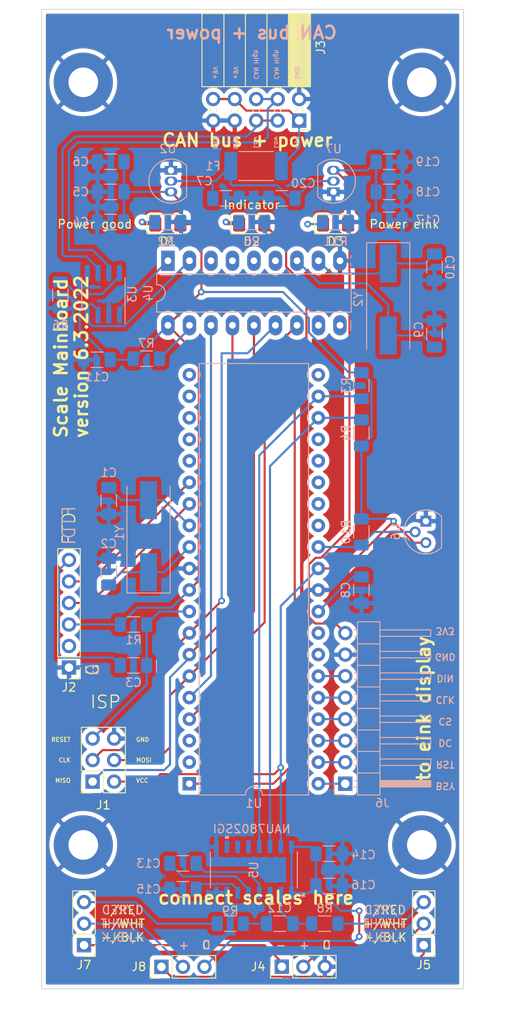
<source format=kicad_pcb>
(kicad_pcb (version 20211014) (generator pcbnew)
  (title_block (comment 4 "AISLER Project ID: KKGDMRPL"))
  (layers (0 "F.Cu" signal) (31 "B.Cu" signal) (34 "B.Paste" user) (35 "F.Paste" user) (36 "B.SilkS" user "B.Silkscreen") (37 "F.SilkS" user "F.Silkscreen") (38 "B.Mask" user) (39 "F.Mask" user) (44 "Edge.Cuts" user))
  (net 0 "")
  (net 1 "GND")
  (net 2 "Net-(C1-Pad2)")
  (net 3 "Net-(C2-Pad2)")
  (net 4 "Net-(C3-Pad1)")
  (net 5 "VCC")
  (net 8 "Net-(C8-Pad1)")
  (net 22 "Net-(D1-Pad1)")
  (net 23 "+9V")
  (net 24 "Net-(D2-Pad1)")
  (net 27 "Net-(C12-Pad1)")
  (net 28 "Net-(C12-Pad2)")
  (net 29 "Net-(C13-Pad1)")
  (net 30 "Net-(C13-Pad2)")
  (net 31 "Net-(J5-Pad1)")
  (net 32 "Net-(U3-Pad1)")
  (net 34 "Net-(C9-Pad2)")
  (net 35 "Net-(C10-Pad2)")
  (net 36 "Net-(C15-Pad1)")
  (net 38 "Net-(C7-Pad1)")
  (net 39 "Net-(D2-Pad2)")
  (net 40 "Net-(J4-Pad1)")
  (net 41 "Net-(J4-Pad2)")
  (net 42 "Net-(J5-Pad3)")
  (net 43 "/controller/eink_BUSY")
  (net 44 "/controller/eink_RST")
  (net 45 "/controller/eink_DC")
  (net 46 "/controller/eink_CS")
  (net 47 "/controller/eink_CLK")
  (net 48 "/controller/eink_DIN")
  (net 49 "Net-(J7-Pad2)")
  (net 50 "Net-(J7-Pad3)")
  (net 51 "/controller/I2C_CLK")
  (net 52 "/controller/I2C_DATA")
  (net 53 "Net-(R6-Pad1)")
  (net 54 "Net-(R7-Pad1)")
  (net 55 "/controller/OneWire")
  (net 56 "Net-(U3-Pad4)")
  (net 64 "/controller/RESET")
  (net 65 "/scale/NAU_VDDA")
  (net 66 "Net-(J2-Pad4)")
  (net 67 "/CAN/MISO")
  (net 68 "/CAN/SPI_CLK")
  (net 69 "/CAN/MOSI")
  (net 70 "/CAN_L")
  (net 71 "/CAN_H")
  (net 72 "/CAN/CAN_INT")
  (net 73 "/CAN/CAN_CS")
  (net 74 "Net-(J2-Pad5)")
  (net 75 "/power/3V3_EINK")
  (net 76 "Net-(D3-Pad1)")
  (footprint "LED_SMD:LED_1206_3216Metric_Pad1.42x1.75mm_HandSolder" (layer "F.Cu") (at 102.362 69.85)
    (fp_text reference "D3")
    (fp_text value "LED")
  )
  (footprint "Connector_PinHeader_2.54mm:PinHeader_1x03_P2.54mm_Vertical" (layer "F.Cu") (at 112.776 154.94 180)
    (fp_text reference "J5")
    (fp_text value "Conn_01x03_Male")
  )
  (footprint "Connector_PinHeader_2.54mm:PinHeader_1x03_P2.54mm_Vertical" (layer "F.Cu") (at 81.788 157.495 90)
    (fp_text reference "J8")
    (fp_text value "Conn_01x03_Male")
  )
  (footprint "MountingHole:MountingHole_3.5mm_Pad" (layer "F.Cu") (at 112.555 53.11)
    (fp_text reference "REF**" hide)
    (fp_text value "MountingHole_3.5mm_Pad")
  )
  (footprint "Connector_PinSocket_2.54mm:PinSocket_2x03_P2.54mm_Vertical" (layer "F.Cu") (at 73.66 135.636 180)
    (fp_text reference "J1")
    (fp_text value "AVR-ISP-6")
  )
  (footprint "Connector_PinSocket_2.54mm:PinSocket_2x05_P2.54mm_Horizontal" (layer "F.Cu") (at 98.064 57.625 -90)
    (fp_text reference "J3")
    (fp_text value "Conn_02x05_Odd_Even")
  )
  (footprint "Connector_PinHeader_2.54mm:PinHeader_1x03_P2.54mm_Vertical" (layer "F.Cu") (at 72.644 154.94 180)
    (fp_text reference "J7")
    (fp_text value "Conn_01x03_Male")
  )
  (footprint "Connector_PinHeader_2.54mm:PinHeader_1x03_P2.54mm_Vertical" (layer "F.Cu") (at 96.012 157.48 90)
    (fp_text reference "J4")
    (fp_text value "Conn_01x03_Male")
  )
  (footprint "MountingHole:MountingHole_3.5mm_Pad" (layer "F.Cu") (at 72.555 143.11)
    (fp_text reference "REF**" hide)
    (fp_text value "MountingHole_3.5mm_Pad")
  )
  (footprint "MountingHole:MountingHole_3.5mm_Pad" (layer "F.Cu") (at 112.555 143.11)
    (fp_text reference "REF**" hide)
    (fp_text value "MountingHole_3.5mm_Pad")
  )
  (footprint "Connector_PinHeader_2.54mm:PinHeader_1x06_P2.54mm_Vertical" (layer "F.Cu") (at 70.866 122.174 180)
    (fp_text reference "J2")
    (fp_text value "Conn_01x06")
  )
  (footprint "LED_SMD:LED_1206_3216Metric_Pad1.42x1.75mm_HandSolder" (layer "F.Cu") (at 92.456 69.85)
    (fp_text reference "D2")
    (fp_text value "LED")
  )
  (footprint "MountingHole:MountingHole_3.5mm_Pad" (layer "F.Cu") (at 72.555 53.11)
    (fp_text reference "REF**" hide)
    (fp_text value "MountingHole_3.5mm_Pad")
  )
  (footprint "LED_SMD:LED_1206_3216Metric_Pad1.42x1.75mm_HandSolder" (layer "F.Cu") (at 82.55 69.85)
    (fp_text reference "D1")
    (fp_text value "LED")
  )
  (footprint "Resistor_SMD:R_1206_3216Metric_Pad1.30x1.75mm_HandSolder" (layer "B.Cu") (at 102.362 69.596)
    (fp_text reference "R11")
    (fp_text value "120")
  )
  (footprint "Resistor_SMD:R_1206_3216Metric_Pad1.30x1.75mm_HandSolder" (layer "B.Cu") (at 101.092 152.4 180)
    (fp_text reference "R8")
    (fp_text value "47")
  )
  (footprint "Capacitor_SMD:C_1206_3216Metric_Pad1.33x1.80mm_HandSolder" (layer "B.Cu") (at 105.41 113.03 -90)
    (fp_text reference "C8")
    (fp_text value "100n")
  )
  (footprint "Capacitor_SMD:C_1206_3216Metric_Pad1.33x1.80mm_HandSolder" (layer "B.Cu") (at 108.712 66.04)
    (fp_text reference "C18")
    (fp_text value "10µ")
  )
  (footprint "Capacitor_SMD:C_1206_3216Metric_Pad1.33x1.80mm_HandSolder" (layer "B.Cu") (at 108.712 62.484)
    (fp_text reference "C19")
    (fp_text value "1µ")
  )
  (footprint "Resistor_SMD:R_1206_3216Metric_Pad1.30x1.75mm_HandSolder" (layer "B.Cu") (at 105.41 94.488 -90)
    (fp_text reference "R4")
    (fp_text value "2.2k")
  )
  (footprint "Connector_PinHeader_2.54mm:PinHeader_1x08_P2.54mm_Horizontal" (layer "B.Cu") (at 103.505 135.89)
    (fp_text reference "J6")
    (fp_text value "Conn_01x08")
  )
  (footprint "Resistor_SMD:R_1206_3216Metric_Pad1.30x1.75mm_HandSolder" (layer "B.Cu") (at 78.486 117.094)
    (fp_text reference "R1")
    (fp_text value "10k")
  )
  (footprint "Resistor_SMD:R_1206_3216Metric_Pad1.30x1.75mm_HandSolder" (layer "B.Cu") (at 80.01 85.725 180)
    (fp_text reference "R7")
    (fp_text value "10k")
  )
  (footprint "Capacitor_SMD:C_1206_3216Metric_Pad1.33x1.80mm_HandSolder" (layer "B.Cu") (at 96.012 66.802 180)
    (fp_text reference "C20")
    (fp_text value "1µ")
  )
  (footprint "Capacitor_SMD:C_1206_3216Metric_Pad1.33x1.80mm_HandSolder" (layer "B.Cu") (at 74.168 85.852)
    (fp_text reference "C11")
    (fp_text value "100n")
  )
  (footprint "Capacitor_SMD:C_1206_3216Metric_Pad1.33x1.80mm_HandSolder" (layer "B.Cu") (at 84.328 145.288 180)
    (fp_text reference "C13")
    (fp_text value "330p")
  )
  (footprint "Crystal:Crystal_SMD_HC49-SD" (layer "B.Cu") (at 108.585 78.74 -90)
    (fp_text reference "Y2")
    (fp_text value "8MHz")
  )
  (footprint "footprints:NAU7802SGI" (layer "B.Cu") (at 92.71 146.05 90)
    (fp_text reference "U5")
    (fp_text value "NAU7802SGI")
  )
  (footprint "Capacitor_SMD:C_1206_3216Metric_Pad1.33x1.80mm_HandSolder" (layer "B.Cu") (at 75.7595 69.596 180)
    (fp_text reference "C4")
    (fp_text value "100n")
  )
  (footprint "Fuse:Fuse_2512_6332Metric_Pad1.52x3.35mm_HandSolder" (layer "B.Cu") (at 92.964 62.992 180)
    (fp_text reference "F1")
    (fp_text value "Fuse/Polyfuse 500mA")
  )
  (footprint "Capacitor_SMD:C_1206_3216Metric_Pad1.33x1.80mm_HandSolder" (layer "B.Cu") (at 75.565 102.489 90)
    (fp_text reference "C1")
    (fp_text value "22pF")
  )
  (footprint "Capacitor_SMD:C_1206_3216Metric_Pad1.33x1.80mm_HandSolder" (layer "B.Cu") (at 78.486 121.92)
    (fp_text reference "C3")
    (fp_text value "100n")
  )
  (footprint "Package_DIP:DIP-18_W7.62mm_LongPads" (layer "B.Cu") (at 82.56 74.168 -90)
    (fp_text reference "U4")
    (fp_text value "MCP2515")
  )
  (footprint "Package_TO_SOT_THT:TO-92_Inline" (layer "B.Cu") (at 102.108 66.04 90)
    (fp_text reference "U7")
    (fp_text value "MCP1700-3302E_TO92")
  )
  (footprint "Capacitor_SMD:C_1206_3216Metric_Pad1.33x1.80mm_HandSolder" (layer "B.Cu") (at 89.408 66.802)
    (fp_text reference "C7")
    (fp_text value "1µ")
  )
  (footprint "Resistor_SMD:R_1206_3216Metric_Pad1.30x1.75mm_HandSolder" (layer "B.Cu") (at 82.55 69.596)
    (fp_text reference "R2")
    (fp_text value "120")
  )
  (footprint "Capacitor_SMD:C_1206_3216Metric_Pad1.33x1.80mm_HandSolder" (layer "B.Cu") (at 75.798 62.484 180)
    (fp_text reference "C6")
    (fp_text value "1µ")
  )
  (footprint "Capacitor_SMD:C_1206_3216Metric_Pad1.33x1.80mm_HandSolder" (layer "B.Cu") (at 114.046 74.93 90)
    (fp_text reference "C10")
    (fp_text value "22pF")
  )
  (footprint "Capacitor_SMD:C_1206_3216Metric_Pad1.33x1.80mm_HandSolder" (layer "B.Cu") (at 108.712 69.342)
    (fp_text reference "C17")
    (fp_text value "100n")
  )
  (footprint "Capacitor_SMD:C_1206_3216Metric_Pad1.33x1.80mm_HandSolder" (layer "B.Cu") (at 114.046 82.804 -90)
    (fp_text reference "C9")
    (fp_text value "22pF")
  )
  (footprint "Package_SO:SOIC-8_3.9x4.9mm_P1.27mm" (layer "B.Cu") (at 74.93 78.105 90)
    (fp_text reference "U3")
    (fp_text value "SN65HVD230")
  )
  (footprint "Capacitor_SMD:C_1206_3216Metric_Pad1.33x1.80mm_HandSolder" (layer "B.Cu") (at 101.6 144.145)
    (fp_text reference "C14")
    (fp_text value "1µ")
  )
  (footprint "Capacitor_SMD:C_1206_3216Metric_Pad1.33x1.80mm_HandSolder" (layer "B.Cu") (at 101.6 147.955)
    (fp_text reference "C16")
    (fp_text value "100n")
  )
  (footprint "Package_DIP:DIP-40_W15.24mm" (layer "B.Cu") (at 85.085 135.885)
    (fp_text reference "U1")
    (fp_text value "ATmega1284P-P")
  )
  (footprint "Capacitor_SMD:C_1206_3216Metric_Pad1.33x1.80mm_HandSolder" (layer "B.Cu") (at 84.328 148.336 180)
    (fp_text reference "C15")
    (fp_text value "100n")
  )
  (footprint "Resistor_SMD:R_1206_3216Metric_Pad1.30x1.75mm_HandSolder" (layer "B.Cu") (at 69.85 78.232 -90)
    (fp_text reference "R6")
    (fp_text value "1k")
  )
  (footprint "Resistor_SMD:R_1206_3216Metric_Pad1.30x1.75mm_HandSolder" (layer "B.Cu") (at 89.916 152.4)
    (fp_text reference "R9")
    (fp_text value "47")
  )
  (footprint "Resistor_SMD:R_1206_3216Metric_Pad1.30x1.75mm_HandSolder" (layer "B.Cu") (at 92.456 69.596)
    (fp_text reference "R5")
    (fp_text value "120")
  )
  (footprint "Resistor_SMD:R_1206_3216Metric_Pad1.30x1.75mm_HandSolder" (layer "B.Cu") (at 105.41 106.172 -90)
    (fp_text reference "R10")
    (fp_text value "4.7k")
  )
  (footprint "Crystal:Crystal_SMD_HC49-SD" (layer "B.Cu") (at 80.264 106.68 90)
    (fp_text reference "Y1")
    (fp_text value "12MHz")
  )
  (footprint "Capacitor_SMD:C_1206_3216Metric_Pad1.33x1.80mm_HandSolder" (layer "B.Cu") (at 75.798 66.04 180)
    (fp_text reference "C5")
    (fp_text value "10µ")
  )
  (footprint "Package_TO_SOT_THT:TO-92_Inline" (layer "B.Cu") (at 82.91 63.5 -90)
    (fp_text reference "U2")
    (fp_text value "MCP1700-3302E_TO92")
  )
  (footprint "Resistor_SMD:R_1206_3216Metric_Pad1.30x1.75mm_HandSolder" (layer "B.Cu") (at 105.41 88.9 90)
    (fp_text reference "R3")
    (fp_text value "2.2k")
  )
  (footprint "Capacitor_SMD:C_1206_3216Metric_Pad1.33x1.80mm_HandSolder" (layer "B.Cu") (at 75.565 110.871 -90)
    (fp_text reference "C2")
    (fp_text value "22pF")
  )
  (footprint "Package_TO_SOT_THT:TO-92" (layer "B.Cu") (at 113.03 104.902 -90)
    (fp_text reference "U6")
    (fp_text value "DS18B20")
  )
  (footprint "Capacitor_SMD:C_1206_3216Metric_Pad1.33x1.80mm_HandSolder" (layer "B.Cu") (at 95.758 152.4 180)
    (fp_text reference "C12")
    (fp_text value "100n")
  )
  (gr_rect (start 67.635 44.507) (end 117.475 160.09) (layer "Edge.Cuts") (width 0.1) (fill none))
  (gr_text "FTDI" (at 70.866 105.41 90) (layer "B.SilkS") (effects (font (size 1.5 1.5)) (justify mirror)))
  (gr_text "BSY" (at 115.316 136.144 180) (layer "B.SilkS") (effects (font (size 0.8 0.8)) (justify mirror)))
  (gr_text "C/RED\n+/WHT\n-/BLK" (at 77.216 152.4) (layer "B.SilkS") (effects (font (size 1 1)) (justify mirror)))
  (gr_text "RST" (at 115.316 133.604 180) (layer "B.SilkS") (effects (font (size 0.8 0.8)) (justify mirror)))
  (gr_text "+9V\n\n\nLow\n\n\nLow\n\n\nGND\n\n\nGND" (at 92.964 59.436 -90) (layer "B.SilkS") (effects (font (size 0.5 0.5) (thickness 0.1)) (justify right mirror)))
  (gr_text "GND" (at 115.316 120.904 180) (layer "B.SilkS") (effects (font (size 0.8 0.8)) (justify mirror)))
  (gr_text "G" (at 73.66 122.428 90) (layer "B.SilkS") (effects (font (size 1.5 1.5)) (justify mirror)))
  (gr_text "DC" (at 115.316 131.064 180) (layer "B.SilkS") (effects (font (size 0.8 0.8)) (justify mirror)))
  (gr_text "C  +  -" (at 98.552 154.94) (layer "B.SilkS") (effects (font (size 1 1)) (justify mirror)))
  (gr_text "C  +  -" (at 84.328 154.94) (layer "B.SilkS") (effects (font (size 1 1)) (justify mirror)))
  (gr_text "C/RED\n+/WHT\n-/BLK" (at 108.204 152.4) (layer "B.SilkS") (effects (font (size 1 1)) (justify mirror)))
  (gr_text "CAN bus + power" (at 92.456 47.244) (layer "B.SilkS") (effects (font (size 1.5 1.5) (thickness 0.3)) (justify mirror)))
  (gr_text "CS" (at 115.316 128.524 180) (layer "B.SilkS") (effects (font (size 0.8 0.8)) (justify mirror)))
  (gr_text "GND\n\n\nCAN High\n\n\nCAN High\n\n\n+9V\n\n\n+9V" (at 92.964 52.832 -90) (layer "B.SilkS") (effects (font (size 0.5 0.5) (thickness 0.1)) (justify left mirror)))
  (gr_text "CLK" (at 115.316 125.984 180) (layer "B.SilkS") (effects (font (size 0.8 0.8)) (justify mirror)))
  (gr_text "3V3" (at 115.316 117.856 180) (layer "B.SilkS") (effects (font (size 0.8 0.8)) (justify mirror)))
  (gr_text "DIN" (at 115.316 123.444 180) (layer "B.SilkS") (effects (font (size 0.8 0.8)) (justify mirror)))
  (gr_text "-  +  C" (at 84.328 154.94) (layer "F.SilkS") (effects (font (size 1 1))))
  (gr_text "FTDI" (at 70.866 105.41 90) (layer "F.SilkS") (effects (font (size 1.5 1.5))))
  (gr_text "Scale Mainboard \nversion 6.3.2022" (at 71.12 95.25 90) (layer "F.SilkS") (effects (font (size 1.5 1.5) (thickness 0.3)) (justify left)))
  (gr_text "CAN bus + power" (at 91.948 59.944) (layer "F.SilkS") (effects (font (size 1.5 1.5) (thickness 0.3))))
  (gr_text "Indicator" (at 92.456 67.564) (layer "F.SilkS") (effects (font (size 1 1))))
  (gr_text "connect scales here" (at 92.964 149.352) (layer "F.SilkS") (effects (font (size 1.5 1.5) (thickness 0.3))))
  (gr_text "to eink display" (at 112.776 127 90) (layer "F.SilkS") (effects (font (size 1.5 1.5) (thickness 0.3))))
  (gr_text "C/RED\n+/WHT\n-/BLK\n" (at 108.204 152.4) (layer "F.SilkS") (effects (font (size 1 1))))
  (gr_text "Power good" (at 73.914 69.85) (layer "F.SilkS") (effects (font (size 1 1))))
  (gr_text "Power eink" (at 110.49 69.85) (layer "F.SilkS") (effects (font (size 1 1))))
  (gr_text "-  +  C" (at 98.552 154.94) (layer "F.SilkS") (effects (font (size 1 1))))
  (gr_text "ISP" (at 75.184 126.238) (layer "F.SilkS") (effects (font (size 1.5 1.5))))
  (gr_text "C/RED\n+/WHT\n-/BLK" (at 77.216 152.4) (layer "F.SilkS") (effects (font (size 1 1))))
  (gr_text "G" (at 73.66 122.428 90) (layer "F.SilkS") (effects (font (size 1.5 1.5))))
  (gr_text "GND\n\n\nMOSI\n\n\nVCC" (at 78.74 133.096) (layer "F.SilkS") (effects (font (size 0.5 0.5) (thickness 0.1)) (justify left)))
  (gr_text "RESET\n\n\nCLK\n\n\nMISO" (at 71.12 133.096) (layer "F.SilkS") (effects (font (size 0.5 0.5) (thickness 0.1)) (justify right)))
  (segment (start 77.0685 102.43) (end 80.264 102.43) (width 0.25) (layer "B.Cu") (net 2))
  (segment (start 75.565 100.9265) (end 77.0685 102.43) (width 0.25) (layer "B.Cu") (net 2))
  (segment (start 82.11 102.43) (end 85.085 105.405) (width 0.25) (layer "B.Cu") (net 2))
  (segment (start 80.264 102.43) (end 82.11 102.43) (width 0.25) (layer "B.Cu") (net 2))
  (segment (start 80.264 110.93) (end 82.1 110.93) (width 0.25) (layer "B.Cu") (net 3))
  (segment (start 77.0685 110.93) (end 80.264 110.93) (width 0.25) (layer "B.Cu") (net 3))
  (segment (start 82.1 110.93) (end 85.085 107.945) (width 0.25) (layer "B.Cu") (net 3))
  (segment (start 75.565 112.4335) (end 77.0685 110.93) (width 0.25) (layer "B.Cu") (net 3))
  (segment (start 76.002989 120.999489) (end 76.9235 121.92) (width 0.25) (layer "B.Cu") (net 4))
  (segment (start 70.866 109.474) (end 69.691489 110.648511) (width 0.25) (layer "B.Cu") (net 4))
  (segment (start 69.691489 120.999489) (end 76.002989 120.999489) (width 0.25) (layer "B.Cu") (net 4))
  (segment (start 69.691489 110.648511) (end 69.691489 120.999489) (width 0.25) (layer "B.Cu") (net 4))
  (segment (start 80.772 135.636) (end 81.647511 134.760489) (width 0.25) (layer "F.Cu") (net 5))
  (segment (start 76.2 135.636) (end 80.772 135.636) (width 0.25) (layer "F.Cu") (net 5))
  (segment (start 103.637 110.485) (end 109.22 104.902) (width 0.25) (layer "F.Cu") (net 5))
  (segment (start 84.0375 69.85) (end 86.31096 69.85) (width 0.25) (layer "F.Cu") (net 5))
  (segment (start 86.51548 69.64548) (end 82.91 66.04) (width 0.25) (layer "F.Cu") (net 5))
  (segment (start 86.51548 77.83252) (end 86.51548 69.64548) (width 0.25) (layer "F.Cu") (net 5))
  (segment (start 86.31096 69.85) (end 86.51548 69.64548) (width 0.25) (layer "F.Cu") (net 5))
  (segment (start 85.085 113.025) (end 86.209511 111.900489) (width 0.25) (layer "F.Cu") (net 5))
  (segment (start 86.492 77.856) (end 86.51548 77.83252) (width 0.25) (layer "F.Cu") (net 5))
  (segment (start 86.209511 85.437511) (end 82.56 81.788) (width 0.25) (layer "F.Cu") (net 5))
  (segment (start 109.22 104.902) (end 109.22 105.010168) (width 0.25) (layer "F.Cu") (net 5))
  (segment (start 100.325 110.485) (end 103.637 110.485) (width 0.25) (layer "F.Cu") (net 5))
  (segment (start 86.209511 111.900489) (end 86.209511 85.437511) (width 0.25) (layer "F.Cu") (net 5))
  (segment (start 82.56 81.788) (end 86.492 77.856) (width 0.25) (layer "F.Cu") (net 5))
  (segment (start 95.109511 134.760489) (end 95.885 133.985) (width 0.25) (layer "F.Cu") (net 5))
  (segment (start 111.651832 107.442) (end 113.03 107.442) (width 0.25) (layer "F.Cu") (net 5))
  (segment (start 81.647511 134.760489) (end 95.109511 134.760489) (width 0.25) (layer "F.Cu") (net 5))
  (segment (start 109.22 105.010168) (end 111.651832 107.442) (width 0.25) (layer "F.Cu") (net 5))
  (via (at 86.492 77.856) (size 0.8) (drill 0.4) (layers "F.Cu" "B.Cu") (net 5))
  (via (at 109.22 104.902) (size 0.8) (drill 0.4) (layers "F.Cu" "B.Cu") (net 5))
  (via (at 95.885 133.985) (size 0.8) (drill 0.4) (layers "F.Cu" "B.Cu") (net 5))
  (segment (start 108.94 104.622) (end 109.22 104.902) (width 0.25) (layer "B.Cu") (net 5))
  (segment (start 76.936 117.094) (end 78.91452 115.11548) (width 0.25) (layer "B.Cu") (net 5))
  (segment (start 70.866 117.094) (end 76.936 117.094) (width 0.25) (layer "B.Cu") (net 5))
  (segment (start 78.91452 115.11548) (end 82.99452 115.11548) (width 0.25) (layer "B.Cu") (net 5))
  (segment (start 73.56548 79.28048) (end 72.678448 79.28048) (width 0.25) (layer "B.Cu") (net 5))
  (segment (start 77.3605 62.484) (end 77.3605 66.04) (width 0.25) (layer "B.Cu") (net 5))
  (segment (start 105.41 104.622) (end 105.41 96.038) (width 0.25) (layer "B.Cu") (net 5))
  (segment (start 82.99452 115.11548) (end 85.085 113.025) (width 0.25) (layer "B.Cu") (net 5))
  (segment (start 78.46 85.725) (end 78.623 85.725) (width 0.25) (layer "B.Cu") (net 5))
  (segment (start 95.885 143.32585) (end 95.885 133.985) (width 0.25) (layer "B.Cu") (net 5))
  (segment (start 99.21548 80.92748) (end 99.21548 82.653791) (width 0.25) (layer "B.Cu") (net 5))
  (segment (start 78.623 85.725) (end 82.56 81.788) (width 0.25) (layer "B.Cu") (net 5))
  (segment (start 74.295 80.01) (end 74.295 80.58) (width 0.25) (layer "B.Cu") (net 5))
  (segment (start 73.56548 79.28048) (end 74.295 80.01) (width 0.25) (layer "B.Cu") (net 5))
  (segment (start 95.885 114.925) (end 100.325 110.485) (width 0.25) (layer "B.Cu") (net 5))
  (segment (start 106.60952 88.54952) (end 106.60952 94.83848) (width 0.25) (layer "B.Cu") (net 5))
  (segment (start 78.333 85.852) (end 78.46 85.725) (width 0.25) (layer "B.Cu") (net 5))
  (segment (start 77.3605 66.04) (end 77.3605 69.5575) (width 0.25) (layer "B.Cu") (net 5))
  (segment (start 77.3605 69.5575) (end 77.322 69.596) (width 0.25) (layer "B.Cu") (net 5))
  (segment (start 96.144 77.856) (end 99.21548 80.92748) (width 0.25) (layer "B.Cu") (net 5))
  (segment (start 72.136 79.822928) (end 72.136 82.2575) (width 0.25) (layer "B.Cu") (net 5))
  (segment (start 99.21548 82.653791) (end 103.911689 87.35) (width 0.25) (layer "B.Cu") (net 5))
  (segment (start 105.41 104.622) (end 108.94 104.622) (width 0.25) (layer "B.Cu") (net 5))
  (segment (start 72.136 82.2575) (end 75.7305 85.852) (width 0.25) (layer "B.Cu") (net 5))
  (segment (start 95.885 133.985) (end 95.885 114.925) (width 0.25) (layer "B.Cu") (net 5))
  (segment (start 75.7305 85.852) (end 78.333 85.852) (width 0.25) (layer "B.Cu") (net 5))
  (segment (start 77.3605 66.04) (end 82.91 66.04) (width 0.25) (layer "B.Cu") (net 5))
  (segment (start 105.41 87.35) (end 106.60952 88.54952) (width 0.25) (layer "B.Cu") (net 5))
  (segment (start 72.678448 79.28048) (end 72.136 79.822928) (width 0.25) (layer "B.Cu") (net 5))
  (segment (start 103.911689 87.35) (end 105.41 87.35) (width 0.25) (layer "B.Cu") (net 5))
  (segment (start 106.60952 94.83848) (end 105.41 96.038) (width 0.25) (layer "B.Cu") (net 5))
  (segment (start 86.492 77.856) (end 96.144 77.856) (width 0.25) (layer "B.Cu") (net 5))
  (segment (start 104.4225 111.4675) (end 105.41 111.4675) (width 0.25) (layer "B.Cu") (net 8))
  (segment (start 100.325 115.565) (end 104.4225 111.4675) (width 0.25) (layer "B.Cu") (net 8))
  (segment (start 81.0625 69.85) (end 79.756 69.85) (width 0.25) (layer "F.Cu") (net 22))
  (segment (start 79.756 69.85) (end 79.502 69.596) (width 0.25) (layer "F.Cu") (net 22))
  (via (at 79.502 69.596) (size 0.8) (drill 0.4) (layers "F.Cu" "B.Cu") (net 22))
  (segment (start 81 69.596) (end 79.502 69.596) (width 0.25) (layer "B.Cu") (net 22))
  (segment (start 90.444 55.085) (end 91.809489 56.450489) (width 0.25) (layer "F.Cu") (net 23))
  (segment (start 91.809489 56.450489) (end 96.889489 56.450489) (width 0.25) (layer "F.Cu") (net 23))
  (segment (start 96.889489 56.450489) (end 98.064 57.625) (width 0.25) (layer "F.Cu") (net 23))
  (segment (start 90.444 55.085) (end 87.904 55.085) (width 0.25) (layer "F.Cu") (net 23))
  (segment (start 98.064 57.625) (end 98.064 60.8795) (width 0.25) (layer "B.Cu") (net 23))
  (segment (start 98.064 60.8795) (end 95.9515 62.992) (width 0.25) (layer "B.Cu") (net 23))
  (segment (start 89.662 69.85) (end 89.408 69.596) (width 0.25) (layer "F.Cu") (net 24))
  (segment (start 90.9685 69.85) (end 89.662 69.85) (width 0.25) (layer "F.Cu") (net 24))
  (via (at 89.408 69.596) (size 0.8) (drill 0.4) (layers "F.Cu" "B.Cu") (net 24))
  (segment (start 90.906 69.596) (end 89.408 69.596) (width 0.25) (layer "B.Cu") (net 24))
  (segment (start 97.3205 152.4) (end 99.542 152.4) (width 0.25) (layer "B.Cu") (net 27))
  (segment (start 95.885 150.9645) (end 97.3205 152.4) (width 0.25) (layer "B.Cu") (net 27))
  (segment (start 95.885 148.77415) (end 95.885 150.9645) (width 0.25) (layer "B.Cu") (net 27))
  (segment (start 94.1955 152.4) (end 91.466 152.4) (width 0.25) (layer "B.Cu") (net 28))
  (segment (start 94.1955 152.4) (end 94.615 151.9805) (width 0.25) (layer "B.Cu") (net 28))
  (segment (start 94.615 151.9805) (end 94.615 148.77415) (width 0.25) (layer "B.Cu") (net 28))
  (segment (start 93.345 147.701) (end 91.948 146.304) (width 0.25) (layer "B.Cu") (net 29))
  (segment (start 86.9065 146.304) (end 85.8905 145.288) (width 0.25) (layer "B.Cu") (net 29))
  (segment (start 91.948 146.304) (end 86.9065 146.304) (width 0.25) (layer "B.Cu") (net 29))
  (segment (start 93.345 148.77415) (end 93.345 147.701) (width 0.25) (layer "B.Cu") (net 29))
  (segment (start 84.2895 146.812) (end 82.7655 145.288) (width 0.25) (layer "B.Cu") (net 30))
  (segment (start 92.075 148.3233) (end 90.5637 146.812) (width 0.25) (layer "B.Cu") (net 30))
  (segment (start 90.5637 146.812) (end 84.2895 146.812) (width 0.25) (layer "B.Cu") (net 30))
  (segment (start 92.075 148.77415) (end 92.075 148.3233) (width 0.25) (layer "B.Cu") (net 30))
  (segment (start 110.062489 158.669511) (end 112.776 155.956) (width 0.25) (layer "F.Cu") (net 31))
  (segment (start 112.776 155.956) (end 112.776 154.94) (width 0.25) (layer "F.Cu") (net 31))
  (segment (start 82.962511 158.669511) (end 110.062489 158.669511) (width 0.25) (layer "F.Cu") (net 31))
  (segment (start 81.788 157.495) (end 82.962511 158.669511) (width 0.25) (layer "F.Cu") (net 31))
  (segment (start 76.835 79.893) (end 82.56 74.168) (width 0.25) (layer "B.Cu") (net 32))
  (segment (start 76.835 80.58) (end 76.835 79.893) (width 0.25) (layer "B.Cu") (net 32))
  (segment (start 108.585 82.99) (end 112.6695 82.99) (width 0.25) (layer "B.Cu") (net 34))
  (segment (start 108.585 79.375) (end 106.045 76.835) (width 0.25) (layer "B.Cu") (net 34))
  (segment (start 106.045 76.835) (end 100.467 76.835) (width 0.25) (layer "B.Cu") (net 34))
  (segment (start 112.6695 82.99) (end 114.046 84.3665) (width 0.25) (layer "B.Cu") (net 34))
  (segment (start 100.467 76.835) (end 97.8 74.168) (width 0.25) (layer "B.Cu") (net 34))
  (segment (start 108.585 82.99) (end 108.585 79.375) (width 0.25) (layer "B.Cu") (net 34))
  (segment (start 108.585 74.49) (end 112.9235 74.49) (width 0.25) (layer "B.Cu") (net 35))
  (segment (start 112.9235 74.49) (end 114.046 73.3675) (width 0.25) (layer "B.Cu") (net 35))
  (segment (start 107.38248 75.69252) (end 101.86452 75.69252) (width 0.25) (layer "B.Cu") (net 35))
  (segment (start 101.86452 75.69252) (end 100.34 74.168) (width 0.25) (layer "B.Cu") (net 35))
  (segment (start 108.585 74.49) (end 107.38248 75.69252) (width 0.25) (layer "B.Cu") (net 35))
  (segment (start 90.138911 147.719389) (end 90.805 148.385478) (width 0.25) (layer "B.Cu") (net 36))
  (segment (start 85.8905 148.336) (end 86.507111 147.719389) (width 0.25) (layer "B.Cu") (net 36))
  (segment (start 86.507111 147.719389) (end 90.138911 147.719389) (width 0.25) (layer "B.Cu") (net 36))
  (segment (start 90.805 148.385478) (end 90.805 148.77415) (width 0.25) (layer "B.Cu") (net 36))
  (segment (start 87.376 64.77) (end 88.1985 64.77) (width 0.25) (layer "B.Cu") (net 38))
  (segment (start 82.91 64.77) (end 87.376 64.77) (width 0.25) (layer "B.Cu") (net 38))
  (segment (start 88.1985 64.77) (end 89.9765 62.992) (width 0.25) (layer "B.Cu") (net 38))
  (segment (start 97.5745 66.802) (end 99.6065 64.77) (width 0.25) (layer "B.Cu") (net 38))
  (segment (start 89.9765 65.0845) (end 89.9765 62.992) (width 0.25) (layer "B.Cu") (net 38))
  (segment (start 87.8455 65.2395) (end 87.376 64.77) (width 0.25) (layer "B.Cu") (net 38))
  (segment (start 97.011506 66.802) (end 95.487506 65.278) (width 0.25) (layer "B.Cu") (net 38))
  (segment (start 87.8455 66.802) (end 87.8455 65.2395) (width 0.25) (layer "B.Cu") (net 38))
  (segment (start 90.17 65.278) (end 89.9765 65.0845) (width 0.25) (layer "B.Cu") (net 38))
  (segment (start 97.5745 66.802) (end 97.011506 66.802) (width 0.25) (layer "B.Cu") (net 38))
  (segment (start 99.6065 64.77) (end 102.108 64.77) (width 0.25) (layer "B.Cu") (net 38))
  (segment (start 95.487506 65.278) (end 90.17 65.278) (width 0.25) (layer "B.Cu") (net 38))
  (segment (start 98.92452 77.282831) (end 96.52 74.878311) (width 0.25) (layer "F.Cu") (net 39))
  (segment (start 85.085 135.885) (end 95.009614 135.885) (width 0.25) (layer "F.Cu") (net 39))
  (segment (start 96.52 72.4265) (end 93.9435 69.85) (width 0.25) (layer "F.Cu") (net 39))
  (segment (start 97.536 85.344) (end 98.92452 83.95548) (width 0.25) (layer "F.Cu") (net 39))
  (segment (start 96.52 74.878311) (end 96.52 72.4265) (width 0.25) (layer "F.Cu") (net 39))
  (segment (start 97.536 133.358614) (end 97.536 85.344) (width 0.25) (layer "F.Cu") (net 39))
  (segment (start 95.009614 135.885) (end 97.536 133.358614) (width 0.25) (layer "F.Cu") (net 39))
  (segment (start 98.92452 83.95548) (end 98.92452 77.282831) (width 0.25) (layer "F.Cu") (net 39))
  (segment (start 96.012 156.972) (end 96.012 157.48) (width 0.25) (layer "F.Cu") (net 40))
  (segment (start 93.98 154.94) (end 96.012 156.972) (width 0.25) (layer "F.Cu") (net 40))
  (segment (start 93.98 154.94) (end 72.644 154.94) (width 0.25) (layer "F.Cu") (net 40))
  (segment (start 109.363511 155.812489) (end 112.776 152.4) (width 0.25) (layer "F.Cu") (net 41))
  (segment (start 98.552 157.48) (end 99.741511 156.290489) (width 0.25) (layer "F.Cu") (net 41))
  (segment (start 99.741511 156.290489) (end 99.741511 155.812489) (width 0.25) (layer "F.Cu") (net 41))
  (segment (start 99.741511 155.812489) (end 109.363511 155.812489) (width 0.25) (layer "F.Cu") (net 41))
  (segment (start 110.236 152.4) (end 112.776 149.86) (width 0.25) (layer "B.Cu") (net 42))
  (segment (start 102.642 152.4) (end 110.236 152.4) (width 0.25) (layer "B.Cu") (net 42))
  (segment (start 100.325 135.885) (end 103.5 135.885) (width 0.25) (layer "B.Cu") (net 43))
  (segment (start 103.5 135.885) (end 103.505 135.89) (width 0.25) (layer "B.Cu") (net 43))
  (segment (start 103.5 133.345) (end 103.505 133.35) (width 0.25) (layer "B.Cu") (net 44))
  (segment (start 100.325 133.345) (end 103.5 133.345) (width 0.25) (layer "B.Cu") (net 44))
  (segment (start 100.325 130.805) (end 103.5 130.805) (width 0.25) (layer "B.Cu") (net 45))
  (segment (start 103.5 130.805) (end 103.505 130.81) (width 0.25) (layer "B.Cu") (net 45))
  (segment (start 100.325 128.265) (end 103.5 128.265) (width 0.25) (layer "B.Cu") (net 46))
  (segment (start 103.5 128.265) (end 103.505 128.27) (width 0.25) (layer "B.Cu") (net 46))
  (segment (start 103.5 125.725) (end 103.505 125.73) (width 0.25) (layer "B.Cu") (net 47))
  (segment (start 100.325 125.725) (end 103.5 125.725) (width 0.25) (layer "B.Cu") (net 47))
  (segment (start 100.325 123.185) (end 103.5 123.185) (width 0.25) (layer "B.Cu") (net 48))
  (segment (start 103.5 123.185) (end 103.505 123.19) (width 0.25) (layer "B.Cu") (net 48))
  (segment (start 79.233 152.4) (end 84.328 157.495) (width 0.25) (layer "B.Cu") (net 49))
  (segment (start 72.644 152.4) (end 79.233 152.4) (width 0.25) (layer "B.Cu") (net 49))
  (segment (start 78.74 149.86) (end 72.644 149.86) (width 0.25) (layer "B.Cu") (net 50))
  (segment (start 88.366 152.4) (end 81.28 152.4) (width 0.25) (layer "B.Cu") (net 50))
  (segment (start 81.28 152.4) (end 78.74 149.86) (width 0.25) (layer "B.Cu") (net 50))
  (segment (start 105.125 90.165) (end 105.41 90.45) (width 0.25) (layer "B.Cu") (net 51))
  (segment (start 100.325 90.165) (end 105.125 90.165) (width 0.25) (layer "B.Cu") (net 51))
  (segment (start 93.345 97.145) (end 100.325 90.165) (width 0.25) (layer "B.Cu") (net 51))
  (segment (start 93.345 143.32585) (end 93.345 97.145) (width 0.25) (layer "B.Cu") (net 51))
  (segment (start 94.615 143.32585) (end 94.615 98.415) (width 0.25) (layer "B.Cu") (net 52))
  (segment (start 105.177 92.705) (end 105.41 92.938) (width 0.25) (layer "B.Cu") (net 52))
  (segment (start 100.325 92.705) (end 105.177 92.705) (width 0.25) (layer "B.Cu") (net 52))
  (segment (start 94.615 98.415) (end 100.325 92.705) (width 0.25) (layer "B.Cu") (net 52))
  (segment (start 74.736072 78.105) (end 76.835 76.006072) (width 0.25) (layer "B.Cu") (net 53))
  (segment (start 71.755 78.105) (end 74.736072 78.105) (width 0.25) (layer "B.Cu") (net 53))
  (segment (start 69.85 76.682) (end 70.332 76.682) (width 0.25) (layer "B.Cu") (net 53))
  (segment (start 76.835 76.006072) (end 76.835 75.63) (width 0.25) (layer "B.Cu") (net 53))
  (segment (start 70.332 76.682) (end 71.755 78.105) (width 0.25) (layer "B.Cu") (net 53))
  (segment (start 85.1 82.185) (end 85.1 81.788) (width 0.25) (layer "B.Cu") (net 54))
  (segment (start 81.56 85.725) (end 85.1 82.185) (width 0.25) (layer "B.Cu") (net 54))
  (segment (start 106.96 106.172) (end 111.76 106.172) (width 0.25) (layer "B.Cu") (net 55))
  (segment (start 100.325 107.945) (end 105.187 107.945) (width 0.25) (layer "B.Cu") (net 55))
  (segment (start 105.187 107.945) (end 105.41 107.722) (width 0.25) (layer "B.Cu") (net 55))
  (segment (start 105.41 107.722) (end 106.96 106.172) (width 0.25) (layer "B.Cu") (net 55))
  (segment (start 73.62452 81.87952) (end 73.025 81.28) (width 0.25) (layer "B.Cu") (net 56))
  (segment (start 77.38848 81.87952) (end 73.62452 81.87952) (width 0.25) (layer "B.Cu") (net 56))
  (segment (start 73.025 81.28) (end 73.025 80.58) (width 0.25) (layer "B.Cu") (net 56))
  (segment (start 85.1 74.168) (end 77.38848 81.87952) (width 0.25) (layer "B.Cu") (net 56))
  (segment (start 81.565 115.565) (end 85.085 115.565) (width 0.25) (layer "B.Cu") (net 64))
  (segment (start 80.0485 117.1065) (end 80.036 117.094) (width 0.25) (layer "B.Cu") (net 64))
  (segment (start 80.0485 121.92) (end 80.0485 117.1065) (width 0.25) (layer "B.Cu") (net 64))
  (segment (start 80.0485 121.92) (end 80.0485 124.1675) (width 0.25) (layer "B.Cu") (net 64))
  (segment (start 80.0485 124.1675) (end 73.66 130.556) (width 0.25) (layer "B.Cu") (net 64))
  (segment (start 80.036 117.094) (end 81.565 115.565) (width 0.25) (layer "B.Cu") (net 64))
  (segment (start 105.156 153.924) (end 105.156 150.876) (width 0.25) (layer "F.Cu") (net 65))
  (via (at 105.156 153.924) (size 0.8) (drill 0.4) (layers "F.Cu" "B.Cu") (net 65))
  (via (at 105.156 150.876) (size 0.8) (drill 0.4) (layers "F.Cu" "B.Cu") (net 65))
  (segment (start 89.931 154.432) (end 104.648 154.432) (width 0.25) (layer "B.Cu") (net 65))
  (segment (start 97.155 148.77415) (end 99.21835 148.77415) (width 0.25) (layer "B.Cu") (net 65))
  (segment (start 97.155 143.32585) (end 97.155 148.77415) (width 0.25) (layer "B.Cu") (net 65))
  (segment (start 99.21835 148.77415) (end 100.0375 147.955) (width 0.25) (layer "B.Cu") (net 65))
  (segment (start 102.9585 150.876) (end 100.0375 147.955) (width 0.25) (layer "B.Cu") (net 65))
  (segment (start 105.156 150.876) (end 102.9585 150.876) (width 0.25) (layer "B.Cu") (net 65))
  (segment (start 104.648 154.432) (end 105.156 153.924) (width 0.25) (layer "B.Cu") (net 65))
  (segment (start 99.21835 143.32585) (end 100.0375 144.145) (width 0.25) (layer "B.Cu") (net 65))
  (segment (start 100.0375 144.145) (end 100.0375 147.955) (width 0.25) (layer "B.Cu") (net 65))
  (segment (start 86.868 157.495) (end 89.931 154.432) (width 0.25) (layer "B.Cu") (net 65))
  (segment (start 97.155 143.32585) (end 99.21835 143.32585) (width 0.25) (layer "B.Cu") (net 65))
  (segment (start 70.866 114.554) (end 73.396 114.554) (width 0.25) (layer "F.Cu") (net 66))
  (segment (start 73.396 114.554) (end 85.085 102.865) (width 0.25) (layer "F.Cu") (net 66))
  (segment (start 90.18 115.55) (end 85.085 120.645) (width 0.25) (layer "F.Cu") (net 67))
  (segment (start 90.18 81.788) (end 90.18 115.55) (width 0.25) (layer "F.Cu") (net 67))
  (segment (start 85.085 121.044493) (end 82.804 123.325493) (width 0.25) (layer "B.Cu") (net 67))
  (segment (start 82.137489 134.270511) (end 75.025489 134.270511) (width 0.25) (layer "B.Cu") (net 67))
  (segment (start 82.804 123.325493) (end 82.804 133.604) (width 0.25) (layer "B.Cu") (net 67))
  (segment (start 82.804 133.604) (end 82.137489 134.270511) (width 0.25) (layer "B.Cu") (net 67))
  (segment (start 85.085 120.645) (end 85.085 121.044493) (width 0.25) (layer "B.Cu") (net 67))
  (segment (start 75.025489 134.270511) (end 73.66 135.636) (width 0.25) (layer "B.Cu") (net 67))
  (segment (start 81.788 131.064) (end 81.788 121.402) (width 0.25) (layer "F.Cu") (net 68))
  (segment (start 80.930511 131.921489) (end 81.788 131.064) (width 0.25) (layer "F.Cu") (net 68))
  (segment (start 74.834511 131.921489) (end 80.930511 131.921489) (width 0.25) (layer "F.Cu") (net 68))
  (segment (start 88.9 114.3) (end 88.89 114.3) (width 0.25) (layer "F.Cu") (net 68))
  (segment (start 73.66 133.096) (end 74.834511 131.921489) (width 0.25) (layer "F.Cu") (net 68))
  (segment (start 88.89 114.3) (end 85.085 118.105) (width 0.25) (layer "F.Cu") (net 68))
  (segment (start 81.788 121.402) (end 85.085 118.105) (width 0.25) (layer "F.Cu") (net 68))
  (via (at 88.9 114.3) (size 0.8) (drill 0.4) (layers "F.Cu" "B.Cu") (net 68))
  (segment (start 91.958 85.09) (end 88.9 85.09) (width 0.25) (layer "B.Cu") (net 68))
  (segment (start 88.9 85.09) (end 88.9 114.3) (width 0.25) (layer "B.Cu") (net 68))
  (segment (start 95.26 81.788) (end 91.958 85.09) (width 0.25) (layer "B.Cu") (net 68))
  (segment (start 82.804 131.572) (end 81.28 133.096) (width 0.25) (layer "F.Cu") (net 69))
  (segment (start 81.28 133.096) (end 76.2 133.096) (width 0.25) (layer "F.Cu") (net 69))
  (segment (start 92.72 81.788) (end 92.72 115.55) (width 0.25) (layer "F.Cu") (net 69))
  (segment (start 82.804 125.466) (end 82.804 131.572) (width 0.25) (layer "F.Cu") (net 69))
  (segment (start 85.085 123.185) (end 82.804 125.466) (width 0.25) (layer "F.Cu") (net 69))
  (segment (start 92.72 115.55) (end 85.085 123.185) (width 0.25) (layer "F.Cu") (net 69))
  (segment (start 92.984 57.625) (end 95.524 57.625) (width 0.25) (layer "F.Cu") (net 70))
  (segment (start 71.56952 59.49448) (end 70.104 60.96) (width 0.25) (layer "B.Cu") (net 70))
  (segment (start 91.88952 59.49448) (end 71.56952 59.49448) (width 0.25) (layer "B.Cu") (net 70))
  (segment (start 92.984 58.4) (end 92.984 57.625) (width 0.25) (layer "B.Cu") (net 70))
  (segment (start 91.88952 59.49448) (end 92.984 58.4) (width 0.25) (layer "B.Cu") (net 70))
  (segment (start 70.358 73.66) (end 72.898 73.66) (width 0.25) (layer "B.Cu") (net 70))
  (segment (start 72.898 73.66) (end 74.295 75.057) (width 0.25) (layer "B.Cu") (net 70))
  (segment (start 70.104 60.96) (end 70.104 73.406) (width 0.25) (layer "B.Cu") (net 70))
  (segment (start 70.104 73.406) (end 70.358 73.66) (width 0.25) (layer "B.Cu") (net 70))
  (segment (start 74.295 75.057) (end 74.295 75.63) (width 0.25) (layer "B.Cu") (net 70))
  (segment (start 71.882 60.198) (end 93.726 60.198) (width 0.25) (layer "B.Cu") (net 71))
  (segment (start 92.984 55.085) (end 95.524 55.085) (width 0.25) (layer "B.Cu") (net 71))
  (segment (start 73.66 72.898) (end 70.866 72.898) (width 0.25) (layer "B.Cu") (net 71))
  (segment (start 94.349489 56.259511) (end 95.524 55.085) (width 0.25) (layer "B.Cu") (net 71))
  (segment (start 94.349489 59.574511) (end 94.349489 56.259511) (width 0.25) (layer "B.Cu") (net 71))
  (segment (start 70.866 72.898) (end 70.866 61.214) (width 0.25) (layer "B.Cu") (net 71))
  (segment (start 93.726 60.198) (end 94.349489 59.574511) (width 0.25) (layer "B.Cu") (net 71))
  (segment (start 70.866 61.214) (end 71.882 60.198) (width 0.25) (layer "B.Cu") (net 71))
  (segment (start 75.565 75.63) (end 75.565 74.803) (width 0.25) (layer "B.Cu") (net 71))
  (segment (start 75.565 74.803) (end 73.66 72.898) (width 0.25) (layer "B.Cu") (net 71))
  (segment (start 93.98 85.09) (end 93.98 116.84) (width 0.25) (layer "F.Cu") (net 72))
  (segment (start 88.9 124.45) (end 88.9 121.92) (width 0.25) (layer "F.Cu") (net 72))
  (segment (start 93.98 116.84) (end 88.9 121.92) (width 0.25) (layer "F.Cu") (net 72))
  (segment (start 94.498 85.09) (end 93.98 85.09) (width 0.25) (layer "F.Cu") (net 72))
  (segment (start 85.085 128.265) (end 88.9 124.45) (width 0.25) (layer "F.Cu") (net 72))
  (segment (start 97.8 81.788) (end 94.498 85.09) (width 0.25) (layer "F.Cu") (net 72))
  (segment (start 85.085 125.725) (end 87.64 123.17) (width 0.25) (layer "B.Cu") (net 73))
  (segment (start 87.64 123.17) (end 87.64 81.788) (width 0.25) (layer "B.Cu") (net 73))
  (segment (start 73.396 112.014) (end 85.085 100.325) (width 0.25) (layer "F.Cu") (net 74))
  (segment (start 70.866 112.014) (end 73.396 112.014) (width 0.25) (layer "F.Cu") (net 74))
  (segment (start 99.962489 116.980489) (end 99.200489 116.218489) (width 0.25) (layer "F.Cu") (net 75))
  (segment (start 104.00452 69.47748) (end 104.00452 65.17152) (width 0.25) (layer "F.Cu") (net 75))
  (segment (start 99.200489 116.218489) (end 99.200489 110.019211) (width 0.25) (layer "F.Cu") (net 75))
  (segment (start 99.9997 109.22) (end 100.6403 109.22) (width 0.25) (layer "F.Cu") (net 75))
  (segment (start 100.6403 109.22) (end 104.00452 105.85578) (width 0.25) (layer "F.Cu") (net 75))
  (segment (start 104.00452 105.85578) (end 104.00452 69.47748) (width 0.25) (layer "F.Cu") (net 75))
  (segment (start 102.333 63.5) (end 102.108 63.5) (width 0.25) (layer "F.Cu") (net 75))
  (segment (start 99.200489 110.019211) (end 99.9997 109.22) (width 0.25) (layer "F.Cu") (net 75))
  (segment (start 102.375489 116.980489) (end 99.962489 116.980489) (width 0.25) (layer "F.Cu") (net 75))
  (segment (start 104.00452 65.17152) (end 102.333 63.5) (width 0.25) (layer "F.Cu") (net 75))
  (segment (start 103.505 118.11) (end 102.375489 116.980489) (width 0.25) (layer "F.Cu") (net 75))
  (segment (start 102.108 63.5) (end 106.1335 63.5) (width 0.25) (layer "B.Cu") (net 75))
  (segment (start 107.1495 62.484) (end 107.1495 66.04) (width 0.25) (layer "B.Cu") (net 75))
  (segment (start 107.1495 66.04) (end 107.1495 69.342) (width 0.25) (layer "B.Cu") (net 75))
  (segment (start 106.1335 63.5) (end 107.1495 62.484) (width 0.25) (layer "B.Cu") (net 75))
  (segment (start 100.8745 69.85) (end 99.06 69.85) (width 0.25) (layer "F.Cu") (net 76))
  (via (at 99.06 69.85) (size 0.8) (drill 0.4) (layers "F.Cu" "B.Cu") (net 76))
  (segment (start 100.558 69.85) (end 100.812 69.596) (width 0.25) (layer "B.Cu") (net 76))
  (segment (start 99.06 69.85) (end 100.558 69.85) (width 0.25) (layer "B.Cu") (net 76))
  (zone (net 1) (net_name "GND") (layer "F.Cu") (connect_pads (clearance 0.508)) (min_thickness 0.254) (fill yes (thermal_gap 0.508) (thermal_bridge_width 0.508))
    (polygon (pts (xy 117.475 159.893) (xy 67.818 159.893) (xy 67.818 44.577) (xy 117.475 44.577)))
  )
  (zone (net 1) (net_name "GND") (layer "B.Cu") (connect_pads (clearance 0.508)) (min_thickness 0.254) (fill yes (thermal_gap 0.508) (thermal_bridge_width 0.508))
    (polygon (pts (xy 117.475 159.893) (xy 67.818 159.893) (xy 67.818 44.577) (xy 117.475 44.577)))
  )
)
</source>
